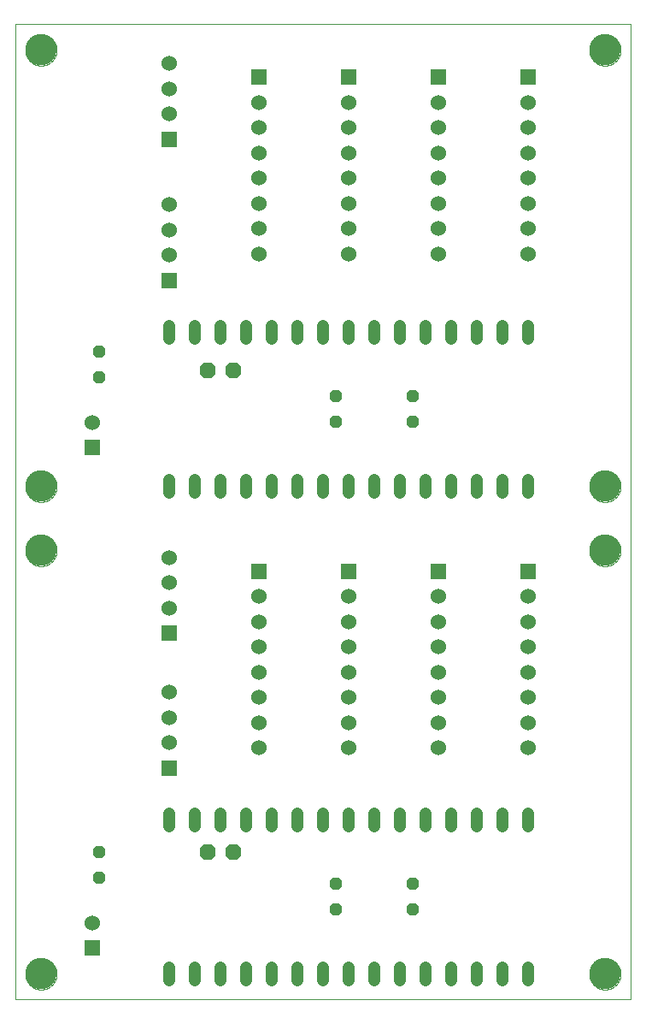
<source format=gbs>
G75*
%MOIN*%
%OFA0B0*%
%FSLAX25Y25*%
%IPPOS*%
%LPD*%
%AMOC8*
5,1,8,0,0,1.08239X$1,22.5*
%
%ADD10C,0.00000*%
%ADD11C,0.12205*%
%ADD12R,0.06000X0.06000*%
%ADD13C,0.06000*%
%ADD14OC8,0.04800*%
%ADD15OC8,0.06300*%
%ADD16OC8,0.04724*%
%ADD17C,0.04724*%
D10*
X0001984Y0015833D02*
X0241984Y0015833D01*
X0241984Y0395833D01*
X0001984Y0395833D01*
X0001984Y0015833D01*
X0005882Y0025833D02*
X0005884Y0025989D01*
X0005890Y0026145D01*
X0005900Y0026300D01*
X0005914Y0026455D01*
X0005932Y0026610D01*
X0005954Y0026764D01*
X0005979Y0026918D01*
X0006009Y0027071D01*
X0006043Y0027223D01*
X0006080Y0027375D01*
X0006121Y0027525D01*
X0006166Y0027674D01*
X0006215Y0027822D01*
X0006268Y0027969D01*
X0006324Y0028114D01*
X0006384Y0028258D01*
X0006448Y0028400D01*
X0006516Y0028541D01*
X0006587Y0028679D01*
X0006661Y0028816D01*
X0006739Y0028951D01*
X0006820Y0029084D01*
X0006905Y0029215D01*
X0006993Y0029344D01*
X0007084Y0029470D01*
X0007179Y0029594D01*
X0007276Y0029715D01*
X0007377Y0029834D01*
X0007481Y0029951D01*
X0007587Y0030064D01*
X0007697Y0030175D01*
X0007809Y0030283D01*
X0007924Y0030388D01*
X0008042Y0030491D01*
X0008162Y0030590D01*
X0008285Y0030686D01*
X0008410Y0030779D01*
X0008537Y0030868D01*
X0008667Y0030955D01*
X0008799Y0031038D01*
X0008933Y0031117D01*
X0009069Y0031194D01*
X0009207Y0031266D01*
X0009346Y0031336D01*
X0009488Y0031401D01*
X0009631Y0031463D01*
X0009775Y0031521D01*
X0009921Y0031576D01*
X0010069Y0031627D01*
X0010217Y0031674D01*
X0010367Y0031717D01*
X0010518Y0031756D01*
X0010670Y0031792D01*
X0010822Y0031823D01*
X0010976Y0031851D01*
X0011130Y0031875D01*
X0011284Y0031895D01*
X0011439Y0031911D01*
X0011595Y0031923D01*
X0011750Y0031931D01*
X0011906Y0031935D01*
X0012062Y0031935D01*
X0012218Y0031931D01*
X0012373Y0031923D01*
X0012529Y0031911D01*
X0012684Y0031895D01*
X0012838Y0031875D01*
X0012992Y0031851D01*
X0013146Y0031823D01*
X0013298Y0031792D01*
X0013450Y0031756D01*
X0013601Y0031717D01*
X0013751Y0031674D01*
X0013899Y0031627D01*
X0014047Y0031576D01*
X0014193Y0031521D01*
X0014337Y0031463D01*
X0014480Y0031401D01*
X0014622Y0031336D01*
X0014761Y0031266D01*
X0014899Y0031194D01*
X0015035Y0031117D01*
X0015169Y0031038D01*
X0015301Y0030955D01*
X0015431Y0030868D01*
X0015558Y0030779D01*
X0015683Y0030686D01*
X0015806Y0030590D01*
X0015926Y0030491D01*
X0016044Y0030388D01*
X0016159Y0030283D01*
X0016271Y0030175D01*
X0016381Y0030064D01*
X0016487Y0029951D01*
X0016591Y0029834D01*
X0016692Y0029715D01*
X0016789Y0029594D01*
X0016884Y0029470D01*
X0016975Y0029344D01*
X0017063Y0029215D01*
X0017148Y0029084D01*
X0017229Y0028951D01*
X0017307Y0028816D01*
X0017381Y0028679D01*
X0017452Y0028541D01*
X0017520Y0028400D01*
X0017584Y0028258D01*
X0017644Y0028114D01*
X0017700Y0027969D01*
X0017753Y0027822D01*
X0017802Y0027674D01*
X0017847Y0027525D01*
X0017888Y0027375D01*
X0017925Y0027223D01*
X0017959Y0027071D01*
X0017989Y0026918D01*
X0018014Y0026764D01*
X0018036Y0026610D01*
X0018054Y0026455D01*
X0018068Y0026300D01*
X0018078Y0026145D01*
X0018084Y0025989D01*
X0018086Y0025833D01*
X0018084Y0025677D01*
X0018078Y0025521D01*
X0018068Y0025366D01*
X0018054Y0025211D01*
X0018036Y0025056D01*
X0018014Y0024902D01*
X0017989Y0024748D01*
X0017959Y0024595D01*
X0017925Y0024443D01*
X0017888Y0024291D01*
X0017847Y0024141D01*
X0017802Y0023992D01*
X0017753Y0023844D01*
X0017700Y0023697D01*
X0017644Y0023552D01*
X0017584Y0023408D01*
X0017520Y0023266D01*
X0017452Y0023125D01*
X0017381Y0022987D01*
X0017307Y0022850D01*
X0017229Y0022715D01*
X0017148Y0022582D01*
X0017063Y0022451D01*
X0016975Y0022322D01*
X0016884Y0022196D01*
X0016789Y0022072D01*
X0016692Y0021951D01*
X0016591Y0021832D01*
X0016487Y0021715D01*
X0016381Y0021602D01*
X0016271Y0021491D01*
X0016159Y0021383D01*
X0016044Y0021278D01*
X0015926Y0021175D01*
X0015806Y0021076D01*
X0015683Y0020980D01*
X0015558Y0020887D01*
X0015431Y0020798D01*
X0015301Y0020711D01*
X0015169Y0020628D01*
X0015035Y0020549D01*
X0014899Y0020472D01*
X0014761Y0020400D01*
X0014622Y0020330D01*
X0014480Y0020265D01*
X0014337Y0020203D01*
X0014193Y0020145D01*
X0014047Y0020090D01*
X0013899Y0020039D01*
X0013751Y0019992D01*
X0013601Y0019949D01*
X0013450Y0019910D01*
X0013298Y0019874D01*
X0013146Y0019843D01*
X0012992Y0019815D01*
X0012838Y0019791D01*
X0012684Y0019771D01*
X0012529Y0019755D01*
X0012373Y0019743D01*
X0012218Y0019735D01*
X0012062Y0019731D01*
X0011906Y0019731D01*
X0011750Y0019735D01*
X0011595Y0019743D01*
X0011439Y0019755D01*
X0011284Y0019771D01*
X0011130Y0019791D01*
X0010976Y0019815D01*
X0010822Y0019843D01*
X0010670Y0019874D01*
X0010518Y0019910D01*
X0010367Y0019949D01*
X0010217Y0019992D01*
X0010069Y0020039D01*
X0009921Y0020090D01*
X0009775Y0020145D01*
X0009631Y0020203D01*
X0009488Y0020265D01*
X0009346Y0020330D01*
X0009207Y0020400D01*
X0009069Y0020472D01*
X0008933Y0020549D01*
X0008799Y0020628D01*
X0008667Y0020711D01*
X0008537Y0020798D01*
X0008410Y0020887D01*
X0008285Y0020980D01*
X0008162Y0021076D01*
X0008042Y0021175D01*
X0007924Y0021278D01*
X0007809Y0021383D01*
X0007697Y0021491D01*
X0007587Y0021602D01*
X0007481Y0021715D01*
X0007377Y0021832D01*
X0007276Y0021951D01*
X0007179Y0022072D01*
X0007084Y0022196D01*
X0006993Y0022322D01*
X0006905Y0022451D01*
X0006820Y0022582D01*
X0006739Y0022715D01*
X0006661Y0022850D01*
X0006587Y0022987D01*
X0006516Y0023125D01*
X0006448Y0023266D01*
X0006384Y0023408D01*
X0006324Y0023552D01*
X0006268Y0023697D01*
X0006215Y0023844D01*
X0006166Y0023992D01*
X0006121Y0024141D01*
X0006080Y0024291D01*
X0006043Y0024443D01*
X0006009Y0024595D01*
X0005979Y0024748D01*
X0005954Y0024902D01*
X0005932Y0025056D01*
X0005914Y0025211D01*
X0005900Y0025366D01*
X0005890Y0025521D01*
X0005884Y0025677D01*
X0005882Y0025833D01*
X0005882Y0190833D02*
X0005884Y0190989D01*
X0005890Y0191145D01*
X0005900Y0191300D01*
X0005914Y0191455D01*
X0005932Y0191610D01*
X0005954Y0191764D01*
X0005979Y0191918D01*
X0006009Y0192071D01*
X0006043Y0192223D01*
X0006080Y0192375D01*
X0006121Y0192525D01*
X0006166Y0192674D01*
X0006215Y0192822D01*
X0006268Y0192969D01*
X0006324Y0193114D01*
X0006384Y0193258D01*
X0006448Y0193400D01*
X0006516Y0193541D01*
X0006587Y0193679D01*
X0006661Y0193816D01*
X0006739Y0193951D01*
X0006820Y0194084D01*
X0006905Y0194215D01*
X0006993Y0194344D01*
X0007084Y0194470D01*
X0007179Y0194594D01*
X0007276Y0194715D01*
X0007377Y0194834D01*
X0007481Y0194951D01*
X0007587Y0195064D01*
X0007697Y0195175D01*
X0007809Y0195283D01*
X0007924Y0195388D01*
X0008042Y0195491D01*
X0008162Y0195590D01*
X0008285Y0195686D01*
X0008410Y0195779D01*
X0008537Y0195868D01*
X0008667Y0195955D01*
X0008799Y0196038D01*
X0008933Y0196117D01*
X0009069Y0196194D01*
X0009207Y0196266D01*
X0009346Y0196336D01*
X0009488Y0196401D01*
X0009631Y0196463D01*
X0009775Y0196521D01*
X0009921Y0196576D01*
X0010069Y0196627D01*
X0010217Y0196674D01*
X0010367Y0196717D01*
X0010518Y0196756D01*
X0010670Y0196792D01*
X0010822Y0196823D01*
X0010976Y0196851D01*
X0011130Y0196875D01*
X0011284Y0196895D01*
X0011439Y0196911D01*
X0011595Y0196923D01*
X0011750Y0196931D01*
X0011906Y0196935D01*
X0012062Y0196935D01*
X0012218Y0196931D01*
X0012373Y0196923D01*
X0012529Y0196911D01*
X0012684Y0196895D01*
X0012838Y0196875D01*
X0012992Y0196851D01*
X0013146Y0196823D01*
X0013298Y0196792D01*
X0013450Y0196756D01*
X0013601Y0196717D01*
X0013751Y0196674D01*
X0013899Y0196627D01*
X0014047Y0196576D01*
X0014193Y0196521D01*
X0014337Y0196463D01*
X0014480Y0196401D01*
X0014622Y0196336D01*
X0014761Y0196266D01*
X0014899Y0196194D01*
X0015035Y0196117D01*
X0015169Y0196038D01*
X0015301Y0195955D01*
X0015431Y0195868D01*
X0015558Y0195779D01*
X0015683Y0195686D01*
X0015806Y0195590D01*
X0015926Y0195491D01*
X0016044Y0195388D01*
X0016159Y0195283D01*
X0016271Y0195175D01*
X0016381Y0195064D01*
X0016487Y0194951D01*
X0016591Y0194834D01*
X0016692Y0194715D01*
X0016789Y0194594D01*
X0016884Y0194470D01*
X0016975Y0194344D01*
X0017063Y0194215D01*
X0017148Y0194084D01*
X0017229Y0193951D01*
X0017307Y0193816D01*
X0017381Y0193679D01*
X0017452Y0193541D01*
X0017520Y0193400D01*
X0017584Y0193258D01*
X0017644Y0193114D01*
X0017700Y0192969D01*
X0017753Y0192822D01*
X0017802Y0192674D01*
X0017847Y0192525D01*
X0017888Y0192375D01*
X0017925Y0192223D01*
X0017959Y0192071D01*
X0017989Y0191918D01*
X0018014Y0191764D01*
X0018036Y0191610D01*
X0018054Y0191455D01*
X0018068Y0191300D01*
X0018078Y0191145D01*
X0018084Y0190989D01*
X0018086Y0190833D01*
X0018084Y0190677D01*
X0018078Y0190521D01*
X0018068Y0190366D01*
X0018054Y0190211D01*
X0018036Y0190056D01*
X0018014Y0189902D01*
X0017989Y0189748D01*
X0017959Y0189595D01*
X0017925Y0189443D01*
X0017888Y0189291D01*
X0017847Y0189141D01*
X0017802Y0188992D01*
X0017753Y0188844D01*
X0017700Y0188697D01*
X0017644Y0188552D01*
X0017584Y0188408D01*
X0017520Y0188266D01*
X0017452Y0188125D01*
X0017381Y0187987D01*
X0017307Y0187850D01*
X0017229Y0187715D01*
X0017148Y0187582D01*
X0017063Y0187451D01*
X0016975Y0187322D01*
X0016884Y0187196D01*
X0016789Y0187072D01*
X0016692Y0186951D01*
X0016591Y0186832D01*
X0016487Y0186715D01*
X0016381Y0186602D01*
X0016271Y0186491D01*
X0016159Y0186383D01*
X0016044Y0186278D01*
X0015926Y0186175D01*
X0015806Y0186076D01*
X0015683Y0185980D01*
X0015558Y0185887D01*
X0015431Y0185798D01*
X0015301Y0185711D01*
X0015169Y0185628D01*
X0015035Y0185549D01*
X0014899Y0185472D01*
X0014761Y0185400D01*
X0014622Y0185330D01*
X0014480Y0185265D01*
X0014337Y0185203D01*
X0014193Y0185145D01*
X0014047Y0185090D01*
X0013899Y0185039D01*
X0013751Y0184992D01*
X0013601Y0184949D01*
X0013450Y0184910D01*
X0013298Y0184874D01*
X0013146Y0184843D01*
X0012992Y0184815D01*
X0012838Y0184791D01*
X0012684Y0184771D01*
X0012529Y0184755D01*
X0012373Y0184743D01*
X0012218Y0184735D01*
X0012062Y0184731D01*
X0011906Y0184731D01*
X0011750Y0184735D01*
X0011595Y0184743D01*
X0011439Y0184755D01*
X0011284Y0184771D01*
X0011130Y0184791D01*
X0010976Y0184815D01*
X0010822Y0184843D01*
X0010670Y0184874D01*
X0010518Y0184910D01*
X0010367Y0184949D01*
X0010217Y0184992D01*
X0010069Y0185039D01*
X0009921Y0185090D01*
X0009775Y0185145D01*
X0009631Y0185203D01*
X0009488Y0185265D01*
X0009346Y0185330D01*
X0009207Y0185400D01*
X0009069Y0185472D01*
X0008933Y0185549D01*
X0008799Y0185628D01*
X0008667Y0185711D01*
X0008537Y0185798D01*
X0008410Y0185887D01*
X0008285Y0185980D01*
X0008162Y0186076D01*
X0008042Y0186175D01*
X0007924Y0186278D01*
X0007809Y0186383D01*
X0007697Y0186491D01*
X0007587Y0186602D01*
X0007481Y0186715D01*
X0007377Y0186832D01*
X0007276Y0186951D01*
X0007179Y0187072D01*
X0007084Y0187196D01*
X0006993Y0187322D01*
X0006905Y0187451D01*
X0006820Y0187582D01*
X0006739Y0187715D01*
X0006661Y0187850D01*
X0006587Y0187987D01*
X0006516Y0188125D01*
X0006448Y0188266D01*
X0006384Y0188408D01*
X0006324Y0188552D01*
X0006268Y0188697D01*
X0006215Y0188844D01*
X0006166Y0188992D01*
X0006121Y0189141D01*
X0006080Y0189291D01*
X0006043Y0189443D01*
X0006009Y0189595D01*
X0005979Y0189748D01*
X0005954Y0189902D01*
X0005932Y0190056D01*
X0005914Y0190211D01*
X0005900Y0190366D01*
X0005890Y0190521D01*
X0005884Y0190677D01*
X0005882Y0190833D01*
X0005882Y0215833D02*
X0005884Y0215989D01*
X0005890Y0216145D01*
X0005900Y0216300D01*
X0005914Y0216455D01*
X0005932Y0216610D01*
X0005954Y0216764D01*
X0005979Y0216918D01*
X0006009Y0217071D01*
X0006043Y0217223D01*
X0006080Y0217375D01*
X0006121Y0217525D01*
X0006166Y0217674D01*
X0006215Y0217822D01*
X0006268Y0217969D01*
X0006324Y0218114D01*
X0006384Y0218258D01*
X0006448Y0218400D01*
X0006516Y0218541D01*
X0006587Y0218679D01*
X0006661Y0218816D01*
X0006739Y0218951D01*
X0006820Y0219084D01*
X0006905Y0219215D01*
X0006993Y0219344D01*
X0007084Y0219470D01*
X0007179Y0219594D01*
X0007276Y0219715D01*
X0007377Y0219834D01*
X0007481Y0219951D01*
X0007587Y0220064D01*
X0007697Y0220175D01*
X0007809Y0220283D01*
X0007924Y0220388D01*
X0008042Y0220491D01*
X0008162Y0220590D01*
X0008285Y0220686D01*
X0008410Y0220779D01*
X0008537Y0220868D01*
X0008667Y0220955D01*
X0008799Y0221038D01*
X0008933Y0221117D01*
X0009069Y0221194D01*
X0009207Y0221266D01*
X0009346Y0221336D01*
X0009488Y0221401D01*
X0009631Y0221463D01*
X0009775Y0221521D01*
X0009921Y0221576D01*
X0010069Y0221627D01*
X0010217Y0221674D01*
X0010367Y0221717D01*
X0010518Y0221756D01*
X0010670Y0221792D01*
X0010822Y0221823D01*
X0010976Y0221851D01*
X0011130Y0221875D01*
X0011284Y0221895D01*
X0011439Y0221911D01*
X0011595Y0221923D01*
X0011750Y0221931D01*
X0011906Y0221935D01*
X0012062Y0221935D01*
X0012218Y0221931D01*
X0012373Y0221923D01*
X0012529Y0221911D01*
X0012684Y0221895D01*
X0012838Y0221875D01*
X0012992Y0221851D01*
X0013146Y0221823D01*
X0013298Y0221792D01*
X0013450Y0221756D01*
X0013601Y0221717D01*
X0013751Y0221674D01*
X0013899Y0221627D01*
X0014047Y0221576D01*
X0014193Y0221521D01*
X0014337Y0221463D01*
X0014480Y0221401D01*
X0014622Y0221336D01*
X0014761Y0221266D01*
X0014899Y0221194D01*
X0015035Y0221117D01*
X0015169Y0221038D01*
X0015301Y0220955D01*
X0015431Y0220868D01*
X0015558Y0220779D01*
X0015683Y0220686D01*
X0015806Y0220590D01*
X0015926Y0220491D01*
X0016044Y0220388D01*
X0016159Y0220283D01*
X0016271Y0220175D01*
X0016381Y0220064D01*
X0016487Y0219951D01*
X0016591Y0219834D01*
X0016692Y0219715D01*
X0016789Y0219594D01*
X0016884Y0219470D01*
X0016975Y0219344D01*
X0017063Y0219215D01*
X0017148Y0219084D01*
X0017229Y0218951D01*
X0017307Y0218816D01*
X0017381Y0218679D01*
X0017452Y0218541D01*
X0017520Y0218400D01*
X0017584Y0218258D01*
X0017644Y0218114D01*
X0017700Y0217969D01*
X0017753Y0217822D01*
X0017802Y0217674D01*
X0017847Y0217525D01*
X0017888Y0217375D01*
X0017925Y0217223D01*
X0017959Y0217071D01*
X0017989Y0216918D01*
X0018014Y0216764D01*
X0018036Y0216610D01*
X0018054Y0216455D01*
X0018068Y0216300D01*
X0018078Y0216145D01*
X0018084Y0215989D01*
X0018086Y0215833D01*
X0018084Y0215677D01*
X0018078Y0215521D01*
X0018068Y0215366D01*
X0018054Y0215211D01*
X0018036Y0215056D01*
X0018014Y0214902D01*
X0017989Y0214748D01*
X0017959Y0214595D01*
X0017925Y0214443D01*
X0017888Y0214291D01*
X0017847Y0214141D01*
X0017802Y0213992D01*
X0017753Y0213844D01*
X0017700Y0213697D01*
X0017644Y0213552D01*
X0017584Y0213408D01*
X0017520Y0213266D01*
X0017452Y0213125D01*
X0017381Y0212987D01*
X0017307Y0212850D01*
X0017229Y0212715D01*
X0017148Y0212582D01*
X0017063Y0212451D01*
X0016975Y0212322D01*
X0016884Y0212196D01*
X0016789Y0212072D01*
X0016692Y0211951D01*
X0016591Y0211832D01*
X0016487Y0211715D01*
X0016381Y0211602D01*
X0016271Y0211491D01*
X0016159Y0211383D01*
X0016044Y0211278D01*
X0015926Y0211175D01*
X0015806Y0211076D01*
X0015683Y0210980D01*
X0015558Y0210887D01*
X0015431Y0210798D01*
X0015301Y0210711D01*
X0015169Y0210628D01*
X0015035Y0210549D01*
X0014899Y0210472D01*
X0014761Y0210400D01*
X0014622Y0210330D01*
X0014480Y0210265D01*
X0014337Y0210203D01*
X0014193Y0210145D01*
X0014047Y0210090D01*
X0013899Y0210039D01*
X0013751Y0209992D01*
X0013601Y0209949D01*
X0013450Y0209910D01*
X0013298Y0209874D01*
X0013146Y0209843D01*
X0012992Y0209815D01*
X0012838Y0209791D01*
X0012684Y0209771D01*
X0012529Y0209755D01*
X0012373Y0209743D01*
X0012218Y0209735D01*
X0012062Y0209731D01*
X0011906Y0209731D01*
X0011750Y0209735D01*
X0011595Y0209743D01*
X0011439Y0209755D01*
X0011284Y0209771D01*
X0011130Y0209791D01*
X0010976Y0209815D01*
X0010822Y0209843D01*
X0010670Y0209874D01*
X0010518Y0209910D01*
X0010367Y0209949D01*
X0010217Y0209992D01*
X0010069Y0210039D01*
X0009921Y0210090D01*
X0009775Y0210145D01*
X0009631Y0210203D01*
X0009488Y0210265D01*
X0009346Y0210330D01*
X0009207Y0210400D01*
X0009069Y0210472D01*
X0008933Y0210549D01*
X0008799Y0210628D01*
X0008667Y0210711D01*
X0008537Y0210798D01*
X0008410Y0210887D01*
X0008285Y0210980D01*
X0008162Y0211076D01*
X0008042Y0211175D01*
X0007924Y0211278D01*
X0007809Y0211383D01*
X0007697Y0211491D01*
X0007587Y0211602D01*
X0007481Y0211715D01*
X0007377Y0211832D01*
X0007276Y0211951D01*
X0007179Y0212072D01*
X0007084Y0212196D01*
X0006993Y0212322D01*
X0006905Y0212451D01*
X0006820Y0212582D01*
X0006739Y0212715D01*
X0006661Y0212850D01*
X0006587Y0212987D01*
X0006516Y0213125D01*
X0006448Y0213266D01*
X0006384Y0213408D01*
X0006324Y0213552D01*
X0006268Y0213697D01*
X0006215Y0213844D01*
X0006166Y0213992D01*
X0006121Y0214141D01*
X0006080Y0214291D01*
X0006043Y0214443D01*
X0006009Y0214595D01*
X0005979Y0214748D01*
X0005954Y0214902D01*
X0005932Y0215056D01*
X0005914Y0215211D01*
X0005900Y0215366D01*
X0005890Y0215521D01*
X0005884Y0215677D01*
X0005882Y0215833D01*
X0005882Y0385833D02*
X0005884Y0385989D01*
X0005890Y0386145D01*
X0005900Y0386300D01*
X0005914Y0386455D01*
X0005932Y0386610D01*
X0005954Y0386764D01*
X0005979Y0386918D01*
X0006009Y0387071D01*
X0006043Y0387223D01*
X0006080Y0387375D01*
X0006121Y0387525D01*
X0006166Y0387674D01*
X0006215Y0387822D01*
X0006268Y0387969D01*
X0006324Y0388114D01*
X0006384Y0388258D01*
X0006448Y0388400D01*
X0006516Y0388541D01*
X0006587Y0388679D01*
X0006661Y0388816D01*
X0006739Y0388951D01*
X0006820Y0389084D01*
X0006905Y0389215D01*
X0006993Y0389344D01*
X0007084Y0389470D01*
X0007179Y0389594D01*
X0007276Y0389715D01*
X0007377Y0389834D01*
X0007481Y0389951D01*
X0007587Y0390064D01*
X0007697Y0390175D01*
X0007809Y0390283D01*
X0007924Y0390388D01*
X0008042Y0390491D01*
X0008162Y0390590D01*
X0008285Y0390686D01*
X0008410Y0390779D01*
X0008537Y0390868D01*
X0008667Y0390955D01*
X0008799Y0391038D01*
X0008933Y0391117D01*
X0009069Y0391194D01*
X0009207Y0391266D01*
X0009346Y0391336D01*
X0009488Y0391401D01*
X0009631Y0391463D01*
X0009775Y0391521D01*
X0009921Y0391576D01*
X0010069Y0391627D01*
X0010217Y0391674D01*
X0010367Y0391717D01*
X0010518Y0391756D01*
X0010670Y0391792D01*
X0010822Y0391823D01*
X0010976Y0391851D01*
X0011130Y0391875D01*
X0011284Y0391895D01*
X0011439Y0391911D01*
X0011595Y0391923D01*
X0011750Y0391931D01*
X0011906Y0391935D01*
X0012062Y0391935D01*
X0012218Y0391931D01*
X0012373Y0391923D01*
X0012529Y0391911D01*
X0012684Y0391895D01*
X0012838Y0391875D01*
X0012992Y0391851D01*
X0013146Y0391823D01*
X0013298Y0391792D01*
X0013450Y0391756D01*
X0013601Y0391717D01*
X0013751Y0391674D01*
X0013899Y0391627D01*
X0014047Y0391576D01*
X0014193Y0391521D01*
X0014337Y0391463D01*
X0014480Y0391401D01*
X0014622Y0391336D01*
X0014761Y0391266D01*
X0014899Y0391194D01*
X0015035Y0391117D01*
X0015169Y0391038D01*
X0015301Y0390955D01*
X0015431Y0390868D01*
X0015558Y0390779D01*
X0015683Y0390686D01*
X0015806Y0390590D01*
X0015926Y0390491D01*
X0016044Y0390388D01*
X0016159Y0390283D01*
X0016271Y0390175D01*
X0016381Y0390064D01*
X0016487Y0389951D01*
X0016591Y0389834D01*
X0016692Y0389715D01*
X0016789Y0389594D01*
X0016884Y0389470D01*
X0016975Y0389344D01*
X0017063Y0389215D01*
X0017148Y0389084D01*
X0017229Y0388951D01*
X0017307Y0388816D01*
X0017381Y0388679D01*
X0017452Y0388541D01*
X0017520Y0388400D01*
X0017584Y0388258D01*
X0017644Y0388114D01*
X0017700Y0387969D01*
X0017753Y0387822D01*
X0017802Y0387674D01*
X0017847Y0387525D01*
X0017888Y0387375D01*
X0017925Y0387223D01*
X0017959Y0387071D01*
X0017989Y0386918D01*
X0018014Y0386764D01*
X0018036Y0386610D01*
X0018054Y0386455D01*
X0018068Y0386300D01*
X0018078Y0386145D01*
X0018084Y0385989D01*
X0018086Y0385833D01*
X0018084Y0385677D01*
X0018078Y0385521D01*
X0018068Y0385366D01*
X0018054Y0385211D01*
X0018036Y0385056D01*
X0018014Y0384902D01*
X0017989Y0384748D01*
X0017959Y0384595D01*
X0017925Y0384443D01*
X0017888Y0384291D01*
X0017847Y0384141D01*
X0017802Y0383992D01*
X0017753Y0383844D01*
X0017700Y0383697D01*
X0017644Y0383552D01*
X0017584Y0383408D01*
X0017520Y0383266D01*
X0017452Y0383125D01*
X0017381Y0382987D01*
X0017307Y0382850D01*
X0017229Y0382715D01*
X0017148Y0382582D01*
X0017063Y0382451D01*
X0016975Y0382322D01*
X0016884Y0382196D01*
X0016789Y0382072D01*
X0016692Y0381951D01*
X0016591Y0381832D01*
X0016487Y0381715D01*
X0016381Y0381602D01*
X0016271Y0381491D01*
X0016159Y0381383D01*
X0016044Y0381278D01*
X0015926Y0381175D01*
X0015806Y0381076D01*
X0015683Y0380980D01*
X0015558Y0380887D01*
X0015431Y0380798D01*
X0015301Y0380711D01*
X0015169Y0380628D01*
X0015035Y0380549D01*
X0014899Y0380472D01*
X0014761Y0380400D01*
X0014622Y0380330D01*
X0014480Y0380265D01*
X0014337Y0380203D01*
X0014193Y0380145D01*
X0014047Y0380090D01*
X0013899Y0380039D01*
X0013751Y0379992D01*
X0013601Y0379949D01*
X0013450Y0379910D01*
X0013298Y0379874D01*
X0013146Y0379843D01*
X0012992Y0379815D01*
X0012838Y0379791D01*
X0012684Y0379771D01*
X0012529Y0379755D01*
X0012373Y0379743D01*
X0012218Y0379735D01*
X0012062Y0379731D01*
X0011906Y0379731D01*
X0011750Y0379735D01*
X0011595Y0379743D01*
X0011439Y0379755D01*
X0011284Y0379771D01*
X0011130Y0379791D01*
X0010976Y0379815D01*
X0010822Y0379843D01*
X0010670Y0379874D01*
X0010518Y0379910D01*
X0010367Y0379949D01*
X0010217Y0379992D01*
X0010069Y0380039D01*
X0009921Y0380090D01*
X0009775Y0380145D01*
X0009631Y0380203D01*
X0009488Y0380265D01*
X0009346Y0380330D01*
X0009207Y0380400D01*
X0009069Y0380472D01*
X0008933Y0380549D01*
X0008799Y0380628D01*
X0008667Y0380711D01*
X0008537Y0380798D01*
X0008410Y0380887D01*
X0008285Y0380980D01*
X0008162Y0381076D01*
X0008042Y0381175D01*
X0007924Y0381278D01*
X0007809Y0381383D01*
X0007697Y0381491D01*
X0007587Y0381602D01*
X0007481Y0381715D01*
X0007377Y0381832D01*
X0007276Y0381951D01*
X0007179Y0382072D01*
X0007084Y0382196D01*
X0006993Y0382322D01*
X0006905Y0382451D01*
X0006820Y0382582D01*
X0006739Y0382715D01*
X0006661Y0382850D01*
X0006587Y0382987D01*
X0006516Y0383125D01*
X0006448Y0383266D01*
X0006384Y0383408D01*
X0006324Y0383552D01*
X0006268Y0383697D01*
X0006215Y0383844D01*
X0006166Y0383992D01*
X0006121Y0384141D01*
X0006080Y0384291D01*
X0006043Y0384443D01*
X0006009Y0384595D01*
X0005979Y0384748D01*
X0005954Y0384902D01*
X0005932Y0385056D01*
X0005914Y0385211D01*
X0005900Y0385366D01*
X0005890Y0385521D01*
X0005884Y0385677D01*
X0005882Y0385833D01*
X0225882Y0385833D02*
X0225884Y0385989D01*
X0225890Y0386145D01*
X0225900Y0386300D01*
X0225914Y0386455D01*
X0225932Y0386610D01*
X0225954Y0386764D01*
X0225979Y0386918D01*
X0226009Y0387071D01*
X0226043Y0387223D01*
X0226080Y0387375D01*
X0226121Y0387525D01*
X0226166Y0387674D01*
X0226215Y0387822D01*
X0226268Y0387969D01*
X0226324Y0388114D01*
X0226384Y0388258D01*
X0226448Y0388400D01*
X0226516Y0388541D01*
X0226587Y0388679D01*
X0226661Y0388816D01*
X0226739Y0388951D01*
X0226820Y0389084D01*
X0226905Y0389215D01*
X0226993Y0389344D01*
X0227084Y0389470D01*
X0227179Y0389594D01*
X0227276Y0389715D01*
X0227377Y0389834D01*
X0227481Y0389951D01*
X0227587Y0390064D01*
X0227697Y0390175D01*
X0227809Y0390283D01*
X0227924Y0390388D01*
X0228042Y0390491D01*
X0228162Y0390590D01*
X0228285Y0390686D01*
X0228410Y0390779D01*
X0228537Y0390868D01*
X0228667Y0390955D01*
X0228799Y0391038D01*
X0228933Y0391117D01*
X0229069Y0391194D01*
X0229207Y0391266D01*
X0229346Y0391336D01*
X0229488Y0391401D01*
X0229631Y0391463D01*
X0229775Y0391521D01*
X0229921Y0391576D01*
X0230069Y0391627D01*
X0230217Y0391674D01*
X0230367Y0391717D01*
X0230518Y0391756D01*
X0230670Y0391792D01*
X0230822Y0391823D01*
X0230976Y0391851D01*
X0231130Y0391875D01*
X0231284Y0391895D01*
X0231439Y0391911D01*
X0231595Y0391923D01*
X0231750Y0391931D01*
X0231906Y0391935D01*
X0232062Y0391935D01*
X0232218Y0391931D01*
X0232373Y0391923D01*
X0232529Y0391911D01*
X0232684Y0391895D01*
X0232838Y0391875D01*
X0232992Y0391851D01*
X0233146Y0391823D01*
X0233298Y0391792D01*
X0233450Y0391756D01*
X0233601Y0391717D01*
X0233751Y0391674D01*
X0233899Y0391627D01*
X0234047Y0391576D01*
X0234193Y0391521D01*
X0234337Y0391463D01*
X0234480Y0391401D01*
X0234622Y0391336D01*
X0234761Y0391266D01*
X0234899Y0391194D01*
X0235035Y0391117D01*
X0235169Y0391038D01*
X0235301Y0390955D01*
X0235431Y0390868D01*
X0235558Y0390779D01*
X0235683Y0390686D01*
X0235806Y0390590D01*
X0235926Y0390491D01*
X0236044Y0390388D01*
X0236159Y0390283D01*
X0236271Y0390175D01*
X0236381Y0390064D01*
X0236487Y0389951D01*
X0236591Y0389834D01*
X0236692Y0389715D01*
X0236789Y0389594D01*
X0236884Y0389470D01*
X0236975Y0389344D01*
X0237063Y0389215D01*
X0237148Y0389084D01*
X0237229Y0388951D01*
X0237307Y0388816D01*
X0237381Y0388679D01*
X0237452Y0388541D01*
X0237520Y0388400D01*
X0237584Y0388258D01*
X0237644Y0388114D01*
X0237700Y0387969D01*
X0237753Y0387822D01*
X0237802Y0387674D01*
X0237847Y0387525D01*
X0237888Y0387375D01*
X0237925Y0387223D01*
X0237959Y0387071D01*
X0237989Y0386918D01*
X0238014Y0386764D01*
X0238036Y0386610D01*
X0238054Y0386455D01*
X0238068Y0386300D01*
X0238078Y0386145D01*
X0238084Y0385989D01*
X0238086Y0385833D01*
X0238084Y0385677D01*
X0238078Y0385521D01*
X0238068Y0385366D01*
X0238054Y0385211D01*
X0238036Y0385056D01*
X0238014Y0384902D01*
X0237989Y0384748D01*
X0237959Y0384595D01*
X0237925Y0384443D01*
X0237888Y0384291D01*
X0237847Y0384141D01*
X0237802Y0383992D01*
X0237753Y0383844D01*
X0237700Y0383697D01*
X0237644Y0383552D01*
X0237584Y0383408D01*
X0237520Y0383266D01*
X0237452Y0383125D01*
X0237381Y0382987D01*
X0237307Y0382850D01*
X0237229Y0382715D01*
X0237148Y0382582D01*
X0237063Y0382451D01*
X0236975Y0382322D01*
X0236884Y0382196D01*
X0236789Y0382072D01*
X0236692Y0381951D01*
X0236591Y0381832D01*
X0236487Y0381715D01*
X0236381Y0381602D01*
X0236271Y0381491D01*
X0236159Y0381383D01*
X0236044Y0381278D01*
X0235926Y0381175D01*
X0235806Y0381076D01*
X0235683Y0380980D01*
X0235558Y0380887D01*
X0235431Y0380798D01*
X0235301Y0380711D01*
X0235169Y0380628D01*
X0235035Y0380549D01*
X0234899Y0380472D01*
X0234761Y0380400D01*
X0234622Y0380330D01*
X0234480Y0380265D01*
X0234337Y0380203D01*
X0234193Y0380145D01*
X0234047Y0380090D01*
X0233899Y0380039D01*
X0233751Y0379992D01*
X0233601Y0379949D01*
X0233450Y0379910D01*
X0233298Y0379874D01*
X0233146Y0379843D01*
X0232992Y0379815D01*
X0232838Y0379791D01*
X0232684Y0379771D01*
X0232529Y0379755D01*
X0232373Y0379743D01*
X0232218Y0379735D01*
X0232062Y0379731D01*
X0231906Y0379731D01*
X0231750Y0379735D01*
X0231595Y0379743D01*
X0231439Y0379755D01*
X0231284Y0379771D01*
X0231130Y0379791D01*
X0230976Y0379815D01*
X0230822Y0379843D01*
X0230670Y0379874D01*
X0230518Y0379910D01*
X0230367Y0379949D01*
X0230217Y0379992D01*
X0230069Y0380039D01*
X0229921Y0380090D01*
X0229775Y0380145D01*
X0229631Y0380203D01*
X0229488Y0380265D01*
X0229346Y0380330D01*
X0229207Y0380400D01*
X0229069Y0380472D01*
X0228933Y0380549D01*
X0228799Y0380628D01*
X0228667Y0380711D01*
X0228537Y0380798D01*
X0228410Y0380887D01*
X0228285Y0380980D01*
X0228162Y0381076D01*
X0228042Y0381175D01*
X0227924Y0381278D01*
X0227809Y0381383D01*
X0227697Y0381491D01*
X0227587Y0381602D01*
X0227481Y0381715D01*
X0227377Y0381832D01*
X0227276Y0381951D01*
X0227179Y0382072D01*
X0227084Y0382196D01*
X0226993Y0382322D01*
X0226905Y0382451D01*
X0226820Y0382582D01*
X0226739Y0382715D01*
X0226661Y0382850D01*
X0226587Y0382987D01*
X0226516Y0383125D01*
X0226448Y0383266D01*
X0226384Y0383408D01*
X0226324Y0383552D01*
X0226268Y0383697D01*
X0226215Y0383844D01*
X0226166Y0383992D01*
X0226121Y0384141D01*
X0226080Y0384291D01*
X0226043Y0384443D01*
X0226009Y0384595D01*
X0225979Y0384748D01*
X0225954Y0384902D01*
X0225932Y0385056D01*
X0225914Y0385211D01*
X0225900Y0385366D01*
X0225890Y0385521D01*
X0225884Y0385677D01*
X0225882Y0385833D01*
X0225882Y0215833D02*
X0225884Y0215989D01*
X0225890Y0216145D01*
X0225900Y0216300D01*
X0225914Y0216455D01*
X0225932Y0216610D01*
X0225954Y0216764D01*
X0225979Y0216918D01*
X0226009Y0217071D01*
X0226043Y0217223D01*
X0226080Y0217375D01*
X0226121Y0217525D01*
X0226166Y0217674D01*
X0226215Y0217822D01*
X0226268Y0217969D01*
X0226324Y0218114D01*
X0226384Y0218258D01*
X0226448Y0218400D01*
X0226516Y0218541D01*
X0226587Y0218679D01*
X0226661Y0218816D01*
X0226739Y0218951D01*
X0226820Y0219084D01*
X0226905Y0219215D01*
X0226993Y0219344D01*
X0227084Y0219470D01*
X0227179Y0219594D01*
X0227276Y0219715D01*
X0227377Y0219834D01*
X0227481Y0219951D01*
X0227587Y0220064D01*
X0227697Y0220175D01*
X0227809Y0220283D01*
X0227924Y0220388D01*
X0228042Y0220491D01*
X0228162Y0220590D01*
X0228285Y0220686D01*
X0228410Y0220779D01*
X0228537Y0220868D01*
X0228667Y0220955D01*
X0228799Y0221038D01*
X0228933Y0221117D01*
X0229069Y0221194D01*
X0229207Y0221266D01*
X0229346Y0221336D01*
X0229488Y0221401D01*
X0229631Y0221463D01*
X0229775Y0221521D01*
X0229921Y0221576D01*
X0230069Y0221627D01*
X0230217Y0221674D01*
X0230367Y0221717D01*
X0230518Y0221756D01*
X0230670Y0221792D01*
X0230822Y0221823D01*
X0230976Y0221851D01*
X0231130Y0221875D01*
X0231284Y0221895D01*
X0231439Y0221911D01*
X0231595Y0221923D01*
X0231750Y0221931D01*
X0231906Y0221935D01*
X0232062Y0221935D01*
X0232218Y0221931D01*
X0232373Y0221923D01*
X0232529Y0221911D01*
X0232684Y0221895D01*
X0232838Y0221875D01*
X0232992Y0221851D01*
X0233146Y0221823D01*
X0233298Y0221792D01*
X0233450Y0221756D01*
X0233601Y0221717D01*
X0233751Y0221674D01*
X0233899Y0221627D01*
X0234047Y0221576D01*
X0234193Y0221521D01*
X0234337Y0221463D01*
X0234480Y0221401D01*
X0234622Y0221336D01*
X0234761Y0221266D01*
X0234899Y0221194D01*
X0235035Y0221117D01*
X0235169Y0221038D01*
X0235301Y0220955D01*
X0235431Y0220868D01*
X0235558Y0220779D01*
X0235683Y0220686D01*
X0235806Y0220590D01*
X0235926Y0220491D01*
X0236044Y0220388D01*
X0236159Y0220283D01*
X0236271Y0220175D01*
X0236381Y0220064D01*
X0236487Y0219951D01*
X0236591Y0219834D01*
X0236692Y0219715D01*
X0236789Y0219594D01*
X0236884Y0219470D01*
X0236975Y0219344D01*
X0237063Y0219215D01*
X0237148Y0219084D01*
X0237229Y0218951D01*
X0237307Y0218816D01*
X0237381Y0218679D01*
X0237452Y0218541D01*
X0237520Y0218400D01*
X0237584Y0218258D01*
X0237644Y0218114D01*
X0237700Y0217969D01*
X0237753Y0217822D01*
X0237802Y0217674D01*
X0237847Y0217525D01*
X0237888Y0217375D01*
X0237925Y0217223D01*
X0237959Y0217071D01*
X0237989Y0216918D01*
X0238014Y0216764D01*
X0238036Y0216610D01*
X0238054Y0216455D01*
X0238068Y0216300D01*
X0238078Y0216145D01*
X0238084Y0215989D01*
X0238086Y0215833D01*
X0238084Y0215677D01*
X0238078Y0215521D01*
X0238068Y0215366D01*
X0238054Y0215211D01*
X0238036Y0215056D01*
X0238014Y0214902D01*
X0237989Y0214748D01*
X0237959Y0214595D01*
X0237925Y0214443D01*
X0237888Y0214291D01*
X0237847Y0214141D01*
X0237802Y0213992D01*
X0237753Y0213844D01*
X0237700Y0213697D01*
X0237644Y0213552D01*
X0237584Y0213408D01*
X0237520Y0213266D01*
X0237452Y0213125D01*
X0237381Y0212987D01*
X0237307Y0212850D01*
X0237229Y0212715D01*
X0237148Y0212582D01*
X0237063Y0212451D01*
X0236975Y0212322D01*
X0236884Y0212196D01*
X0236789Y0212072D01*
X0236692Y0211951D01*
X0236591Y0211832D01*
X0236487Y0211715D01*
X0236381Y0211602D01*
X0236271Y0211491D01*
X0236159Y0211383D01*
X0236044Y0211278D01*
X0235926Y0211175D01*
X0235806Y0211076D01*
X0235683Y0210980D01*
X0235558Y0210887D01*
X0235431Y0210798D01*
X0235301Y0210711D01*
X0235169Y0210628D01*
X0235035Y0210549D01*
X0234899Y0210472D01*
X0234761Y0210400D01*
X0234622Y0210330D01*
X0234480Y0210265D01*
X0234337Y0210203D01*
X0234193Y0210145D01*
X0234047Y0210090D01*
X0233899Y0210039D01*
X0233751Y0209992D01*
X0233601Y0209949D01*
X0233450Y0209910D01*
X0233298Y0209874D01*
X0233146Y0209843D01*
X0232992Y0209815D01*
X0232838Y0209791D01*
X0232684Y0209771D01*
X0232529Y0209755D01*
X0232373Y0209743D01*
X0232218Y0209735D01*
X0232062Y0209731D01*
X0231906Y0209731D01*
X0231750Y0209735D01*
X0231595Y0209743D01*
X0231439Y0209755D01*
X0231284Y0209771D01*
X0231130Y0209791D01*
X0230976Y0209815D01*
X0230822Y0209843D01*
X0230670Y0209874D01*
X0230518Y0209910D01*
X0230367Y0209949D01*
X0230217Y0209992D01*
X0230069Y0210039D01*
X0229921Y0210090D01*
X0229775Y0210145D01*
X0229631Y0210203D01*
X0229488Y0210265D01*
X0229346Y0210330D01*
X0229207Y0210400D01*
X0229069Y0210472D01*
X0228933Y0210549D01*
X0228799Y0210628D01*
X0228667Y0210711D01*
X0228537Y0210798D01*
X0228410Y0210887D01*
X0228285Y0210980D01*
X0228162Y0211076D01*
X0228042Y0211175D01*
X0227924Y0211278D01*
X0227809Y0211383D01*
X0227697Y0211491D01*
X0227587Y0211602D01*
X0227481Y0211715D01*
X0227377Y0211832D01*
X0227276Y0211951D01*
X0227179Y0212072D01*
X0227084Y0212196D01*
X0226993Y0212322D01*
X0226905Y0212451D01*
X0226820Y0212582D01*
X0226739Y0212715D01*
X0226661Y0212850D01*
X0226587Y0212987D01*
X0226516Y0213125D01*
X0226448Y0213266D01*
X0226384Y0213408D01*
X0226324Y0213552D01*
X0226268Y0213697D01*
X0226215Y0213844D01*
X0226166Y0213992D01*
X0226121Y0214141D01*
X0226080Y0214291D01*
X0226043Y0214443D01*
X0226009Y0214595D01*
X0225979Y0214748D01*
X0225954Y0214902D01*
X0225932Y0215056D01*
X0225914Y0215211D01*
X0225900Y0215366D01*
X0225890Y0215521D01*
X0225884Y0215677D01*
X0225882Y0215833D01*
X0225882Y0190833D02*
X0225884Y0190989D01*
X0225890Y0191145D01*
X0225900Y0191300D01*
X0225914Y0191455D01*
X0225932Y0191610D01*
X0225954Y0191764D01*
X0225979Y0191918D01*
X0226009Y0192071D01*
X0226043Y0192223D01*
X0226080Y0192375D01*
X0226121Y0192525D01*
X0226166Y0192674D01*
X0226215Y0192822D01*
X0226268Y0192969D01*
X0226324Y0193114D01*
X0226384Y0193258D01*
X0226448Y0193400D01*
X0226516Y0193541D01*
X0226587Y0193679D01*
X0226661Y0193816D01*
X0226739Y0193951D01*
X0226820Y0194084D01*
X0226905Y0194215D01*
X0226993Y0194344D01*
X0227084Y0194470D01*
X0227179Y0194594D01*
X0227276Y0194715D01*
X0227377Y0194834D01*
X0227481Y0194951D01*
X0227587Y0195064D01*
X0227697Y0195175D01*
X0227809Y0195283D01*
X0227924Y0195388D01*
X0228042Y0195491D01*
X0228162Y0195590D01*
X0228285Y0195686D01*
X0228410Y0195779D01*
X0228537Y0195868D01*
X0228667Y0195955D01*
X0228799Y0196038D01*
X0228933Y0196117D01*
X0229069Y0196194D01*
X0229207Y0196266D01*
X0229346Y0196336D01*
X0229488Y0196401D01*
X0229631Y0196463D01*
X0229775Y0196521D01*
X0229921Y0196576D01*
X0230069Y0196627D01*
X0230217Y0196674D01*
X0230367Y0196717D01*
X0230518Y0196756D01*
X0230670Y0196792D01*
X0230822Y0196823D01*
X0230976Y0196851D01*
X0231130Y0196875D01*
X0231284Y0196895D01*
X0231439Y0196911D01*
X0231595Y0196923D01*
X0231750Y0196931D01*
X0231906Y0196935D01*
X0232062Y0196935D01*
X0232218Y0196931D01*
X0232373Y0196923D01*
X0232529Y0196911D01*
X0232684Y0196895D01*
X0232838Y0196875D01*
X0232992Y0196851D01*
X0233146Y0196823D01*
X0233298Y0196792D01*
X0233450Y0196756D01*
X0233601Y0196717D01*
X0233751Y0196674D01*
X0233899Y0196627D01*
X0234047Y0196576D01*
X0234193Y0196521D01*
X0234337Y0196463D01*
X0234480Y0196401D01*
X0234622Y0196336D01*
X0234761Y0196266D01*
X0234899Y0196194D01*
X0235035Y0196117D01*
X0235169Y0196038D01*
X0235301Y0195955D01*
X0235431Y0195868D01*
X0235558Y0195779D01*
X0235683Y0195686D01*
X0235806Y0195590D01*
X0235926Y0195491D01*
X0236044Y0195388D01*
X0236159Y0195283D01*
X0236271Y0195175D01*
X0236381Y0195064D01*
X0236487Y0194951D01*
X0236591Y0194834D01*
X0236692Y0194715D01*
X0236789Y0194594D01*
X0236884Y0194470D01*
X0236975Y0194344D01*
X0237063Y0194215D01*
X0237148Y0194084D01*
X0237229Y0193951D01*
X0237307Y0193816D01*
X0237381Y0193679D01*
X0237452Y0193541D01*
X0237520Y0193400D01*
X0237584Y0193258D01*
X0237644Y0193114D01*
X0237700Y0192969D01*
X0237753Y0192822D01*
X0237802Y0192674D01*
X0237847Y0192525D01*
X0237888Y0192375D01*
X0237925Y0192223D01*
X0237959Y0192071D01*
X0237989Y0191918D01*
X0238014Y0191764D01*
X0238036Y0191610D01*
X0238054Y0191455D01*
X0238068Y0191300D01*
X0238078Y0191145D01*
X0238084Y0190989D01*
X0238086Y0190833D01*
X0238084Y0190677D01*
X0238078Y0190521D01*
X0238068Y0190366D01*
X0238054Y0190211D01*
X0238036Y0190056D01*
X0238014Y0189902D01*
X0237989Y0189748D01*
X0237959Y0189595D01*
X0237925Y0189443D01*
X0237888Y0189291D01*
X0237847Y0189141D01*
X0237802Y0188992D01*
X0237753Y0188844D01*
X0237700Y0188697D01*
X0237644Y0188552D01*
X0237584Y0188408D01*
X0237520Y0188266D01*
X0237452Y0188125D01*
X0237381Y0187987D01*
X0237307Y0187850D01*
X0237229Y0187715D01*
X0237148Y0187582D01*
X0237063Y0187451D01*
X0236975Y0187322D01*
X0236884Y0187196D01*
X0236789Y0187072D01*
X0236692Y0186951D01*
X0236591Y0186832D01*
X0236487Y0186715D01*
X0236381Y0186602D01*
X0236271Y0186491D01*
X0236159Y0186383D01*
X0236044Y0186278D01*
X0235926Y0186175D01*
X0235806Y0186076D01*
X0235683Y0185980D01*
X0235558Y0185887D01*
X0235431Y0185798D01*
X0235301Y0185711D01*
X0235169Y0185628D01*
X0235035Y0185549D01*
X0234899Y0185472D01*
X0234761Y0185400D01*
X0234622Y0185330D01*
X0234480Y0185265D01*
X0234337Y0185203D01*
X0234193Y0185145D01*
X0234047Y0185090D01*
X0233899Y0185039D01*
X0233751Y0184992D01*
X0233601Y0184949D01*
X0233450Y0184910D01*
X0233298Y0184874D01*
X0233146Y0184843D01*
X0232992Y0184815D01*
X0232838Y0184791D01*
X0232684Y0184771D01*
X0232529Y0184755D01*
X0232373Y0184743D01*
X0232218Y0184735D01*
X0232062Y0184731D01*
X0231906Y0184731D01*
X0231750Y0184735D01*
X0231595Y0184743D01*
X0231439Y0184755D01*
X0231284Y0184771D01*
X0231130Y0184791D01*
X0230976Y0184815D01*
X0230822Y0184843D01*
X0230670Y0184874D01*
X0230518Y0184910D01*
X0230367Y0184949D01*
X0230217Y0184992D01*
X0230069Y0185039D01*
X0229921Y0185090D01*
X0229775Y0185145D01*
X0229631Y0185203D01*
X0229488Y0185265D01*
X0229346Y0185330D01*
X0229207Y0185400D01*
X0229069Y0185472D01*
X0228933Y0185549D01*
X0228799Y0185628D01*
X0228667Y0185711D01*
X0228537Y0185798D01*
X0228410Y0185887D01*
X0228285Y0185980D01*
X0228162Y0186076D01*
X0228042Y0186175D01*
X0227924Y0186278D01*
X0227809Y0186383D01*
X0227697Y0186491D01*
X0227587Y0186602D01*
X0227481Y0186715D01*
X0227377Y0186832D01*
X0227276Y0186951D01*
X0227179Y0187072D01*
X0227084Y0187196D01*
X0226993Y0187322D01*
X0226905Y0187451D01*
X0226820Y0187582D01*
X0226739Y0187715D01*
X0226661Y0187850D01*
X0226587Y0187987D01*
X0226516Y0188125D01*
X0226448Y0188266D01*
X0226384Y0188408D01*
X0226324Y0188552D01*
X0226268Y0188697D01*
X0226215Y0188844D01*
X0226166Y0188992D01*
X0226121Y0189141D01*
X0226080Y0189291D01*
X0226043Y0189443D01*
X0226009Y0189595D01*
X0225979Y0189748D01*
X0225954Y0189902D01*
X0225932Y0190056D01*
X0225914Y0190211D01*
X0225900Y0190366D01*
X0225890Y0190521D01*
X0225884Y0190677D01*
X0225882Y0190833D01*
X0225882Y0025833D02*
X0225884Y0025989D01*
X0225890Y0026145D01*
X0225900Y0026300D01*
X0225914Y0026455D01*
X0225932Y0026610D01*
X0225954Y0026764D01*
X0225979Y0026918D01*
X0226009Y0027071D01*
X0226043Y0027223D01*
X0226080Y0027375D01*
X0226121Y0027525D01*
X0226166Y0027674D01*
X0226215Y0027822D01*
X0226268Y0027969D01*
X0226324Y0028114D01*
X0226384Y0028258D01*
X0226448Y0028400D01*
X0226516Y0028541D01*
X0226587Y0028679D01*
X0226661Y0028816D01*
X0226739Y0028951D01*
X0226820Y0029084D01*
X0226905Y0029215D01*
X0226993Y0029344D01*
X0227084Y0029470D01*
X0227179Y0029594D01*
X0227276Y0029715D01*
X0227377Y0029834D01*
X0227481Y0029951D01*
X0227587Y0030064D01*
X0227697Y0030175D01*
X0227809Y0030283D01*
X0227924Y0030388D01*
X0228042Y0030491D01*
X0228162Y0030590D01*
X0228285Y0030686D01*
X0228410Y0030779D01*
X0228537Y0030868D01*
X0228667Y0030955D01*
X0228799Y0031038D01*
X0228933Y0031117D01*
X0229069Y0031194D01*
X0229207Y0031266D01*
X0229346Y0031336D01*
X0229488Y0031401D01*
X0229631Y0031463D01*
X0229775Y0031521D01*
X0229921Y0031576D01*
X0230069Y0031627D01*
X0230217Y0031674D01*
X0230367Y0031717D01*
X0230518Y0031756D01*
X0230670Y0031792D01*
X0230822Y0031823D01*
X0230976Y0031851D01*
X0231130Y0031875D01*
X0231284Y0031895D01*
X0231439Y0031911D01*
X0231595Y0031923D01*
X0231750Y0031931D01*
X0231906Y0031935D01*
X0232062Y0031935D01*
X0232218Y0031931D01*
X0232373Y0031923D01*
X0232529Y0031911D01*
X0232684Y0031895D01*
X0232838Y0031875D01*
X0232992Y0031851D01*
X0233146Y0031823D01*
X0233298Y0031792D01*
X0233450Y0031756D01*
X0233601Y0031717D01*
X0233751Y0031674D01*
X0233899Y0031627D01*
X0234047Y0031576D01*
X0234193Y0031521D01*
X0234337Y0031463D01*
X0234480Y0031401D01*
X0234622Y0031336D01*
X0234761Y0031266D01*
X0234899Y0031194D01*
X0235035Y0031117D01*
X0235169Y0031038D01*
X0235301Y0030955D01*
X0235431Y0030868D01*
X0235558Y0030779D01*
X0235683Y0030686D01*
X0235806Y0030590D01*
X0235926Y0030491D01*
X0236044Y0030388D01*
X0236159Y0030283D01*
X0236271Y0030175D01*
X0236381Y0030064D01*
X0236487Y0029951D01*
X0236591Y0029834D01*
X0236692Y0029715D01*
X0236789Y0029594D01*
X0236884Y0029470D01*
X0236975Y0029344D01*
X0237063Y0029215D01*
X0237148Y0029084D01*
X0237229Y0028951D01*
X0237307Y0028816D01*
X0237381Y0028679D01*
X0237452Y0028541D01*
X0237520Y0028400D01*
X0237584Y0028258D01*
X0237644Y0028114D01*
X0237700Y0027969D01*
X0237753Y0027822D01*
X0237802Y0027674D01*
X0237847Y0027525D01*
X0237888Y0027375D01*
X0237925Y0027223D01*
X0237959Y0027071D01*
X0237989Y0026918D01*
X0238014Y0026764D01*
X0238036Y0026610D01*
X0238054Y0026455D01*
X0238068Y0026300D01*
X0238078Y0026145D01*
X0238084Y0025989D01*
X0238086Y0025833D01*
X0238084Y0025677D01*
X0238078Y0025521D01*
X0238068Y0025366D01*
X0238054Y0025211D01*
X0238036Y0025056D01*
X0238014Y0024902D01*
X0237989Y0024748D01*
X0237959Y0024595D01*
X0237925Y0024443D01*
X0237888Y0024291D01*
X0237847Y0024141D01*
X0237802Y0023992D01*
X0237753Y0023844D01*
X0237700Y0023697D01*
X0237644Y0023552D01*
X0237584Y0023408D01*
X0237520Y0023266D01*
X0237452Y0023125D01*
X0237381Y0022987D01*
X0237307Y0022850D01*
X0237229Y0022715D01*
X0237148Y0022582D01*
X0237063Y0022451D01*
X0236975Y0022322D01*
X0236884Y0022196D01*
X0236789Y0022072D01*
X0236692Y0021951D01*
X0236591Y0021832D01*
X0236487Y0021715D01*
X0236381Y0021602D01*
X0236271Y0021491D01*
X0236159Y0021383D01*
X0236044Y0021278D01*
X0235926Y0021175D01*
X0235806Y0021076D01*
X0235683Y0020980D01*
X0235558Y0020887D01*
X0235431Y0020798D01*
X0235301Y0020711D01*
X0235169Y0020628D01*
X0235035Y0020549D01*
X0234899Y0020472D01*
X0234761Y0020400D01*
X0234622Y0020330D01*
X0234480Y0020265D01*
X0234337Y0020203D01*
X0234193Y0020145D01*
X0234047Y0020090D01*
X0233899Y0020039D01*
X0233751Y0019992D01*
X0233601Y0019949D01*
X0233450Y0019910D01*
X0233298Y0019874D01*
X0233146Y0019843D01*
X0232992Y0019815D01*
X0232838Y0019791D01*
X0232684Y0019771D01*
X0232529Y0019755D01*
X0232373Y0019743D01*
X0232218Y0019735D01*
X0232062Y0019731D01*
X0231906Y0019731D01*
X0231750Y0019735D01*
X0231595Y0019743D01*
X0231439Y0019755D01*
X0231284Y0019771D01*
X0231130Y0019791D01*
X0230976Y0019815D01*
X0230822Y0019843D01*
X0230670Y0019874D01*
X0230518Y0019910D01*
X0230367Y0019949D01*
X0230217Y0019992D01*
X0230069Y0020039D01*
X0229921Y0020090D01*
X0229775Y0020145D01*
X0229631Y0020203D01*
X0229488Y0020265D01*
X0229346Y0020330D01*
X0229207Y0020400D01*
X0229069Y0020472D01*
X0228933Y0020549D01*
X0228799Y0020628D01*
X0228667Y0020711D01*
X0228537Y0020798D01*
X0228410Y0020887D01*
X0228285Y0020980D01*
X0228162Y0021076D01*
X0228042Y0021175D01*
X0227924Y0021278D01*
X0227809Y0021383D01*
X0227697Y0021491D01*
X0227587Y0021602D01*
X0227481Y0021715D01*
X0227377Y0021832D01*
X0227276Y0021951D01*
X0227179Y0022072D01*
X0227084Y0022196D01*
X0226993Y0022322D01*
X0226905Y0022451D01*
X0226820Y0022582D01*
X0226739Y0022715D01*
X0226661Y0022850D01*
X0226587Y0022987D01*
X0226516Y0023125D01*
X0226448Y0023266D01*
X0226384Y0023408D01*
X0226324Y0023552D01*
X0226268Y0023697D01*
X0226215Y0023844D01*
X0226166Y0023992D01*
X0226121Y0024141D01*
X0226080Y0024291D01*
X0226043Y0024443D01*
X0226009Y0024595D01*
X0225979Y0024748D01*
X0225954Y0024902D01*
X0225932Y0025056D01*
X0225914Y0025211D01*
X0225900Y0025366D01*
X0225890Y0025521D01*
X0225884Y0025677D01*
X0225882Y0025833D01*
D11*
X0231984Y0025833D03*
X0231984Y0190833D03*
X0231984Y0215833D03*
X0231984Y0385833D03*
X0011984Y0385833D03*
X0011984Y0215833D03*
X0011984Y0190833D03*
X0011984Y0025833D03*
D12*
X0031984Y0035912D03*
X0061984Y0106070D03*
X0061984Y0158570D03*
X0096984Y0182782D03*
X0131984Y0182782D03*
X0166984Y0182782D03*
X0201984Y0182782D03*
X0061984Y0296070D03*
X0061984Y0351070D03*
X0096984Y0375282D03*
X0131984Y0375282D03*
X0166984Y0375282D03*
X0201984Y0375282D03*
X0031984Y0230912D03*
D13*
X0031984Y0240755D03*
X0061984Y0188097D03*
X0061984Y0178255D03*
X0061984Y0168412D03*
X0061984Y0135597D03*
X0061984Y0125755D03*
X0061984Y0115912D03*
X0096984Y0113885D03*
X0096984Y0123727D03*
X0096984Y0133570D03*
X0096984Y0143412D03*
X0096984Y0153255D03*
X0096984Y0163097D03*
X0096984Y0172940D03*
X0131984Y0172940D03*
X0131984Y0163097D03*
X0131984Y0153255D03*
X0131984Y0143412D03*
X0131984Y0133570D03*
X0131984Y0123727D03*
X0131984Y0113885D03*
X0166984Y0113885D03*
X0166984Y0123727D03*
X0166984Y0133570D03*
X0166984Y0143412D03*
X0166984Y0153255D03*
X0166984Y0163097D03*
X0166984Y0172940D03*
X0201984Y0172940D03*
X0201984Y0163097D03*
X0201984Y0153255D03*
X0201984Y0143412D03*
X0201984Y0133570D03*
X0201984Y0123727D03*
X0201984Y0113885D03*
X0201984Y0306385D03*
X0201984Y0316227D03*
X0201984Y0326070D03*
X0201984Y0335912D03*
X0201984Y0345755D03*
X0201984Y0355597D03*
X0201984Y0365440D03*
X0166984Y0365440D03*
X0166984Y0355597D03*
X0166984Y0345755D03*
X0166984Y0335912D03*
X0166984Y0326070D03*
X0166984Y0316227D03*
X0166984Y0306385D03*
X0131984Y0306385D03*
X0131984Y0316227D03*
X0131984Y0326070D03*
X0131984Y0335912D03*
X0131984Y0345755D03*
X0131984Y0355597D03*
X0131984Y0365440D03*
X0096984Y0365440D03*
X0096984Y0355597D03*
X0096984Y0345755D03*
X0096984Y0335912D03*
X0096984Y0326070D03*
X0096984Y0316227D03*
X0096984Y0306385D03*
X0061984Y0305912D03*
X0061984Y0315755D03*
X0061984Y0325597D03*
X0061984Y0360912D03*
X0061984Y0370755D03*
X0061984Y0380597D03*
X0031984Y0045755D03*
D14*
X0126984Y0050833D03*
X0126984Y0060833D03*
X0156984Y0060833D03*
X0156984Y0050833D03*
X0156984Y0240833D03*
X0156984Y0250833D03*
X0126984Y0250833D03*
X0126984Y0240833D03*
D15*
X0086984Y0260833D03*
X0076984Y0260833D03*
X0076984Y0073333D03*
X0086984Y0073333D03*
D16*
X0034484Y0073333D03*
X0034484Y0063333D03*
X0034484Y0258333D03*
X0034484Y0268333D03*
D17*
X0061984Y0273471D02*
X0061984Y0278196D01*
X0071984Y0278196D02*
X0071984Y0273471D01*
X0081984Y0273471D02*
X0081984Y0278196D01*
X0091984Y0278196D02*
X0091984Y0273471D01*
X0101984Y0273471D02*
X0101984Y0278196D01*
X0111984Y0278196D02*
X0111984Y0273471D01*
X0121984Y0273471D02*
X0121984Y0278196D01*
X0131984Y0278196D02*
X0131984Y0273471D01*
X0141984Y0273471D02*
X0141984Y0278196D01*
X0151984Y0278196D02*
X0151984Y0273471D01*
X0161984Y0273471D02*
X0161984Y0278196D01*
X0171984Y0278196D02*
X0171984Y0273471D01*
X0181984Y0273471D02*
X0181984Y0278196D01*
X0191984Y0278196D02*
X0191984Y0273471D01*
X0201984Y0273471D02*
X0201984Y0278196D01*
X0201984Y0218196D02*
X0201984Y0213471D01*
X0191984Y0213471D02*
X0191984Y0218196D01*
X0181984Y0218196D02*
X0181984Y0213471D01*
X0171984Y0213471D02*
X0171984Y0218196D01*
X0161984Y0218196D02*
X0161984Y0213471D01*
X0151984Y0213471D02*
X0151984Y0218196D01*
X0141984Y0218196D02*
X0141984Y0213471D01*
X0131984Y0213471D02*
X0131984Y0218196D01*
X0121984Y0218196D02*
X0121984Y0213471D01*
X0111984Y0213471D02*
X0111984Y0218196D01*
X0101984Y0218196D02*
X0101984Y0213471D01*
X0091984Y0213471D02*
X0091984Y0218196D01*
X0081984Y0218196D02*
X0081984Y0213471D01*
X0071984Y0213471D02*
X0071984Y0218196D01*
X0061984Y0218196D02*
X0061984Y0213471D01*
X0061984Y0088196D02*
X0061984Y0083471D01*
X0071984Y0083471D02*
X0071984Y0088196D01*
X0081984Y0088196D02*
X0081984Y0083471D01*
X0091984Y0083471D02*
X0091984Y0088196D01*
X0101984Y0088196D02*
X0101984Y0083471D01*
X0111984Y0083471D02*
X0111984Y0088196D01*
X0121984Y0088196D02*
X0121984Y0083471D01*
X0131984Y0083471D02*
X0131984Y0088196D01*
X0141984Y0088196D02*
X0141984Y0083471D01*
X0151984Y0083471D02*
X0151984Y0088196D01*
X0161984Y0088196D02*
X0161984Y0083471D01*
X0171984Y0083471D02*
X0171984Y0088196D01*
X0181984Y0088196D02*
X0181984Y0083471D01*
X0191984Y0083471D02*
X0191984Y0088196D01*
X0201984Y0088196D02*
X0201984Y0083471D01*
X0201984Y0028196D02*
X0201984Y0023471D01*
X0191984Y0023471D02*
X0191984Y0028196D01*
X0181984Y0028196D02*
X0181984Y0023471D01*
X0171984Y0023471D02*
X0171984Y0028196D01*
X0161984Y0028196D02*
X0161984Y0023471D01*
X0151984Y0023471D02*
X0151984Y0028196D01*
X0141984Y0028196D02*
X0141984Y0023471D01*
X0131984Y0023471D02*
X0131984Y0028196D01*
X0121984Y0028196D02*
X0121984Y0023471D01*
X0111984Y0023471D02*
X0111984Y0028196D01*
X0101984Y0028196D02*
X0101984Y0023471D01*
X0091984Y0023471D02*
X0091984Y0028196D01*
X0081984Y0028196D02*
X0081984Y0023471D01*
X0071984Y0023471D02*
X0071984Y0028196D01*
X0061984Y0028196D02*
X0061984Y0023471D01*
M02*

</source>
